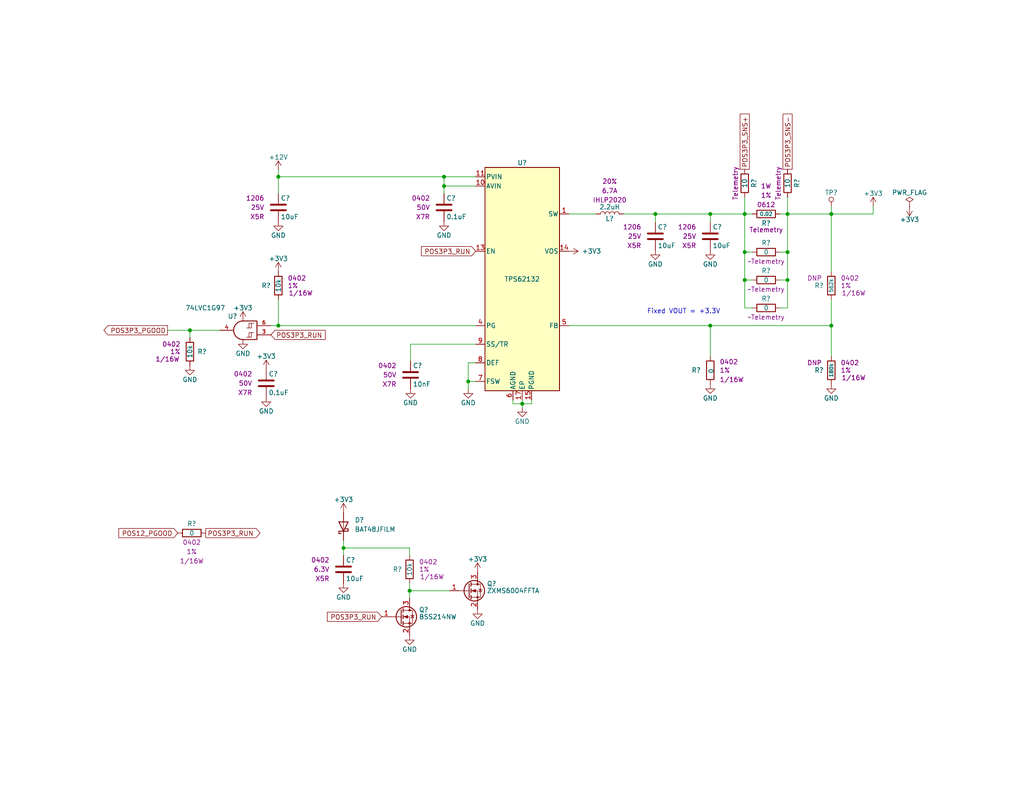
<source format=kicad_sch>
(kicad_sch (version 20211123) (generator eeschema)
  (paper "A")
  (lib_symbols
    (symbol "Custom_Library:74LVC1G97_Power_AND" (pin_names (offset 1.016) hide)
      (property "Reference" "U" (at 1.524 3.81 0))
      (property "Value" "74LVC1G97_Power_AND" (at 1.524 -3.81 0))
      (symbol "74LVC1G97_Power_AND_1_1"
        (arc (start 0 -2.54) (mid 2.54 0) (end 0 2.54) (stroke (width 0.254)))
        (polyline (pts (xy -2.286 -0.635) (xy -1.651 -0.635) (xy -1.651 -1.905)))
        (polyline (pts (xy -2.286 1.905) (xy -1.651 1.905) (xy -1.651 0.635)))
        (polyline (pts (xy -2.921 -0.635) (xy -2.286 -0.635) (xy -2.286 -1.905) (xy -1.016 -1.905)))
        (polyline (pts (xy -2.921 1.905) (xy -2.286 1.905) (xy -2.286 0.635) (xy -1.016 0.635)))
        (polyline (pts (xy 0 -2.54) (xy -3.81 -2.54) (xy -3.81 2.54) (xy 0 2.54)) (stroke (width 0.254)))
        (pin power_in line (at 0 -2.54 270) (length 0) (name "GND") (number "1"))
        (pin power_in line (at 0 -2.54 270) (length 0) (name "GND") (number "2"))
        (pin input line (at -7.62 -1.27 0) (length 3.81) (name "~") (number "3"))
        (pin output line (at 6.35 0 180) (length 3.81) (name "~") (number "4"))
        (pin power_in line (at 0 2.54 90) (length 0) (name "VCC") (number "5"))
        (pin input line (at -7.62 1.27 0) (length 3.81) (name "~") (number "6"))
      )
    )
    (symbol "Custom_Library:C_Custom" (pin_numbers hide) (pin_names (offset 0.254))
      (property "Reference" "C" (at 0.635 2.54 0))
      (property "Value" "C_Custom" (at 0.635 -2.54 0))
      (property "display_footprint" "Foot" (at -3.81 2.54 0))
      (property "Voltage" "V" (at -3.81 0 0))
      (property "Dielectric" "Er" (at -3.81 -2.54 0))
      (symbol "C_Custom_0_1"
        (polyline (pts (xy -2.032 -0.762) (xy 2.032 -0.762)) (stroke (width 0.508)))
        (polyline (pts (xy -2.032 0.762) (xy 2.032 0.762)) (stroke (width 0.508)))
      )
      (symbol "C_Custom_1_1"
        (pin passive line (at 0 3.81 270) (length 2.794) (name "~") (number "1"))
        (pin passive line (at 0 -3.81 90) (length 2.794) (name "~") (number "2"))
      )
    )
    (symbol "Custom_Library:L_Custom" (pin_numbers hide) (pin_names (offset 1.016) hide)
      (property "Reference" "L" (at -1.27 0 90))
      (property "Value" "L_Custom" (at 1.905 0 90))
      (property "display_footprint" "Foot" (at 3.81 0 90))
      (property "Ampacity" "A" (at 6.35 0 90))
      (property "Tolerance" "Tol" (at 8.89 0 90))
      (symbol "L_Custom_0_1"
        (arc (start 0 -2.54) (mid 0.635 -1.905) (end 0 -1.27))
        (arc (start 0 -1.27) (mid 0.635 -0.635) (end 0 0))
        (arc (start 0 0) (mid 0.635 0.635) (end 0 1.27))
        (arc (start 0 1.27) (mid 0.635 1.905) (end 0 2.54))
      )
      (symbol "L_Custom_1_1"
        (pin passive line (at 0 3.81 270) (length 1.27) (name "1") (number "1"))
        (pin passive line (at 0 -3.81 90) (length 1.27) (name "2") (number "2"))
      )
    )
    (symbol "Custom_Library:R_Custom" (pin_numbers hide) (pin_names (offset 1.016) hide)
      (property "Reference" "R" (at -2.54 0 90))
      (property "Value" "R_Custom" (at 0 0 90))
      (property "display_footprint" "Foot" (at 2.54 0 90))
      (property "Tolerance" "Tol" (at 5.08 0 90))
      (property "Wattage" "W" (at 7.62 0 90))
      (symbol "R_Custom_0_1"
        (rectangle (start 1.016 2.54) (end -1.016 -2.54) (stroke (width 0.254)))
      )
      (symbol "R_Custom_1_1"
        (pin passive line (at 0 3.81 270) (length 1.27) (name "1") (number "1"))
        (pin passive line (at 0 -3.81 90) (length 1.27) (name "2") (number "2"))
      )
    )
    (symbol "Custom_Library:TP" (pin_numbers hide) (pin_names (offset 0) hide)
      (property "Reference" "TP" (at 0 3.81 0))
      (symbol "TP_0_1"
        (polyline (pts (xy 0 0) (xy 0 1.27)))
        (circle (center 0 1.905) (radius 0.635))
      )
      (symbol "TP_1_1"
        (pin passive line (at 0 0 90) (length 0) (name "TP") (number "1"))
      )
    )
    (symbol "Custom_Library:TPS62130" (pin_names (offset 0.254))
      (property "Reference" "U" (at 0 31.75 0))
      (property "Value" "TPS62130" (at 0 0 0))
      (symbol "TPS62130_0_1"
        (rectangle (start -10.16 30.48) (end 10.16 -30.48) (stroke (width 0.254)) (fill (type background)))
      )
      (symbol "TPS62130_1_1"
        (pin output line (at 12.7 17.78 180) (length 2.54) (name "SW") (number "1"))
        (pin power_in line (at -12.7 25.4 0) (length 2.54) (name "AVIN") (number "10"))
        (pin power_in line (at -12.7 27.94 0) (length 2.54) (name "PVIN") (number "11"))
        (pin passive line (at -12.7 27.94 0) (length 2.54) hide (name "PVIN") (number "12"))
        (pin input line (at -12.7 7.62 0) (length 2.54) (name "EN") (number "13"))
        (pin input line (at 12.7 7.62 180) (length 2.54) (name "VOS") (number "14"))
        (pin power_in line (at 2.54 -33.02 90) (length 2.54) (name "PGND") (number "15"))
        (pin passive line (at 2.54 -33.02 90) (length 2.54) hide (name "PGND") (number "16"))
        (pin power_in line (at 0 -33.02 90) (length 2.54) (name "EP") (number "17"))
        (pin passive line (at 12.7 17.78 180) (length 2.54) hide (name "SW") (number "2"))
        (pin passive line (at 12.7 17.78 180) (length 2.54) hide (name "SW") (number "3"))
        (pin open_collector line (at -12.7 -12.7 0) (length 2.54) (name "PG") (number "4"))
        (pin input line (at 12.7 -12.7 180) (length 2.54) (name "FB") (number "5"))
        (pin power_in line (at -2.54 -33.02 90) (length 2.54) (name "AGND") (number "6"))
        (pin input line (at -12.7 -27.94 0) (length 2.54) (name "FSW") (number "7"))
        (pin input line (at -12.7 -22.86 0) (length 2.54) (name "DEF") (number "8"))
        (pin input line (at -12.7 -17.78 0) (length 2.54) (name "SS/TR") (number "9"))
      )
    )
    (symbol "Custom_Library:ZXMS6004FFTA" (pin_names hide)
      (property "Reference" "Q" (at 5.08 1.905 0))
      (property "Value" "ZXMS6004FFTA" (at 5.08 0 0))
      (symbol "ZXMS6004FFTA_0_1"
        (polyline (pts (xy 0.254 0) (xy -2.54 0)))
        (polyline (pts (xy 0.254 1.905) (xy 0.254 -1.905)) (stroke (width 0.254)))
        (polyline (pts (xy 0.762 -1.27) (xy 0.762 -2.286)) (stroke (width 0.254)))
        (polyline (pts (xy 0.762 0.508) (xy 0.762 -0.508)) (stroke (width 0.254)))
        (polyline (pts (xy 0.762 2.286) (xy 0.762 1.27)) (stroke (width 0.254)))
        (polyline (pts (xy 2.54 2.54) (xy 2.54 1.778)))
        (polyline (pts (xy 2.54 -2.54) (xy 2.54 0) (xy 0.762 0)))
        (polyline (pts (xy 0.762 -1.778) (xy 3.302 -1.778) (xy 3.302 1.778) (xy 0.762 1.778)))
        (polyline (pts (xy 1.016 0) (xy 2.032 0.381) (xy 2.032 -0.381) (xy 1.016 0)) (fill (type outline)))
        (polyline (pts (xy 2.794 0.508) (xy 2.921 0.381) (xy 3.683 0.381) (xy 3.81 0.254)))
        (polyline (pts (xy 3.302 0.381) (xy 2.921 -0.254) (xy 3.683 -0.254) (xy 3.302 0.381)))
        (circle (center 1.651 0) (radius 2.794) (stroke (width 0.254)))
        (circle (center 2.54 -1.778) (radius 0.254) (fill (type outline)))
        (circle (center 2.54 1.778) (radius 0.254) (fill (type outline)))
      )
      (symbol "ZXMS6004FFTA_1_1"
        (pin input line (at -5.08 0 0) (length 2.54) (name "G") (number "1"))
        (pin passive line (at 2.54 -5.08 90) (length 2.54) (name "S") (number "2"))
        (pin passive line (at 2.54 5.08 270) (length 2.54) (name "D") (number "3"))
      )
    )
    (symbol "Diode:BAT48JFILM" (pin_numbers hide) (pin_names (offset 1.016) hide)
      (property "Reference" "D" (at 0 2.54 0))
      (property "Value" "BAT48JFILM" (at 0 -2.54 0))
      (symbol "BAT48JFILM_0_1"
        (polyline (pts (xy 1.27 0) (xy -1.27 0)))
        (polyline (pts (xy 1.27 1.27) (xy 1.27 -1.27) (xy -1.27 0) (xy 1.27 1.27)) (stroke (width 0.254)))
        (polyline (pts (xy -1.905 0.635) (xy -1.905 1.27) (xy -1.27 1.27) (xy -1.27 -1.27) (xy -0.635 -1.27) (xy -0.635 -0.635)) (stroke (width 0.254)))
      )
      (symbol "BAT48JFILM_1_1"
        (pin passive line (at -3.81 0 0) (length 2.54) (name "K") (number "1"))
        (pin passive line (at 3.81 0 180) (length 2.54) (name "A") (number "2"))
      )
    )
    (symbol "LED_Panel_Controller-rescue:+3.3V-power" (power) (pin_names (offset 0))
      (property "Value" "+3.3V-power" (at 0 3.556 0))
      (symbol "+3.3V-power_0_1"
        (polyline (pts (xy -0.762 1.27) (xy 0 2.54)))
        (polyline (pts (xy 0 0) (xy 0 2.54)))
        (polyline (pts (xy 0 2.54) (xy 0.762 1.27)))
      )
      (symbol "+3.3V-power_1_1"
        (pin power_in line (at 0 0 90) (length 0) hide (name "+3V3") (number "1"))
      )
    )
    (symbol "Transistor_FET:BSS214NW" (pin_names hide)
      (property "Reference" "Q" (at 5.08 1.905 0))
      (property "Value" "BSS214NW" (at 5.08 0 0))
      (symbol "BSS214NW_0_1"
        (polyline (pts (xy 0.254 0) (xy -2.54 0)))
        (polyline (pts (xy 0.254 1.905) (xy 0.254 -1.905)) (stroke (width 0.254)))
        (polyline (pts (xy 0.762 -1.27) (xy 0.762 -2.286)) (stroke (width 0.254)))
        (polyline (pts (xy 0.762 0.508) (xy 0.762 -0.508)) (stroke (width 0.254)))
        (polyline (pts (xy 0.762 2.286) (xy 0.762 1.27)) (stroke (width 0.254)))
        (polyline (pts (xy 2.54 2.54) (xy 2.54 1.778)))
        (polyline (pts (xy 2.54 -2.54) (xy 2.54 0) (xy 0.762 0)))
        (polyline (pts (xy 0.762 -1.778) (xy 3.302 -1.778) (xy 3.302 1.778) (xy 0.762 1.778)))
        (polyline (pts (xy 1.016 0) (xy 2.032 0.381) (xy 2.032 -0.381) (xy 1.016 0)) (fill (type outline)))
        (polyline (pts (xy 2.794 0.508) (xy 2.921 0.381) (xy 3.683 0.381) (xy 3.81 0.254)))
        (polyline (pts (xy 3.302 0.381) (xy 2.921 -0.254) (xy 3.683 -0.254) (xy 3.302 0.381)))
        (circle (center 1.651 0) (radius 2.794) (stroke (width 0.254)))
        (circle (center 2.54 -1.778) (radius 0.254) (fill (type outline)))
        (circle (center 2.54 1.778) (radius 0.254) (fill (type outline)))
      )
      (symbol "BSS214NW_1_1"
        (pin input line (at -5.08 0 0) (length 2.54) (name "G") (number "1"))
        (pin passive line (at 2.54 -5.08 90) (length 2.54) (name "S") (number "2"))
        (pin passive line (at 2.54 5.08 270) (length 2.54) (name "D") (number "3"))
      )
    )
    (symbol "power:+12V" (power) (pin_names (offset 0))
      (property "Value" "+12V" (at 0 3.556 0))
      (symbol "+12V_0_1"
        (polyline (pts (xy -0.762 1.27) (xy 0 2.54)))
        (polyline (pts (xy 0 0) (xy 0 2.54)))
        (polyline (pts (xy 0 2.54) (xy 0.762 1.27)))
      )
      (symbol "+12V_1_1"
        (pin power_in line (at 0 0 90) (length 0) hide (name "+12V") (number "1"))
      )
    )
    (symbol "power:GND" (power) (pin_names (offset 0))
      (property "Value" "GND" (at 0 -3.81 0))
      (symbol "GND_0_1"
        (polyline (pts (xy 0 0) (xy 0 -1.27) (xy 1.27 -1.27) (xy 0 -2.54) (xy -1.27 -1.27) (xy 0 -1.27)))
      )
      (symbol "GND_1_1"
        (pin power_in line (at 0 0 270) (length 0) hide (name "GND") (number "1"))
      )
    )
    (symbol "power:PWR_FLAG" (power) (pin_numbers hide) (pin_names (offset 0) hide)
      (property "Value" "PWR_FLAG" (at 0 3.81 0))
      (symbol "PWR_FLAG_0_0"
        (pin power_out line (at 0 0 90) (length 0) (name "pwr") (number "1"))
      )
      (symbol "PWR_FLAG_0_1"
        (polyline (pts (xy 0 0) (xy 0 1.27) (xy -1.016 1.905) (xy 0 2.54) (xy 1.016 1.905) (xy 0 1.27)))
      )
    )
  )
  (junction (at 142.494 110.236))
  (junction (at 226.822 58.42))
  (junction (at 214.884 58.42))
  (junction (at 51.816 90.17))
  (junction (at 193.802 88.9))
  (junction (at 203.2 68.834))
  (junction (at 203.2 76.454))
  (junction (at 214.884 68.834))
  (junction (at 178.816 58.42))
  (junction (at 226.822 88.9))
  (junction (at 93.726 149.606))
  (junction (at 111.76 161.29))
  (junction (at 127.762 104.14))
  (junction (at 75.946 48.26))
  (junction (at 121.158 50.8))
  (junction (at 121.158 48.26))
  (junction (at 193.802 58.42))
  (junction (at 203.2 58.42))
  (junction (at 214.884 76.454))
  (junction (at 75.946 88.9))
  (wire (pts (xy 178.816 58.42) (xy 193.802 58.42)))
  (wire (pts (xy 226.822 56.388) (xy 226.822 58.42)))
  (wire (pts (xy 112.014 98.552) (xy 112.014 93.98)))
  (wire (pts (xy 238.252 56.388) (xy 238.252 58.42)))
  (wire (pts (xy 75.946 46.482) (xy 75.946 48.26)))
  (wire (pts (xy 142.494 110.236) (xy 139.954 110.236)))
  (wire (pts (xy 59.944 90.17) (xy 51.816 90.17)))
  (wire (pts (xy 212.852 68.834) (xy 214.884 68.834)))
  (wire (pts (xy 145.034 110.236) (xy 145.034 109.22)))
  (wire (pts (xy 111.76 159.258) (xy 111.76 161.29)))
  (wire (pts (xy 238.252 58.42) (xy 226.822 58.42)))
  (wire (pts (xy 73.914 88.9) (xy 75.946 88.9)))
  (wire (pts (xy 127.762 104.14) (xy 127.762 99.06)))
  (wire (pts (xy 203.2 68.834) (xy 203.2 76.454)))
  (wire (pts (xy 170.18 58.42) (xy 178.816 58.42)))
  (wire (pts (xy 142.494 110.236) (xy 145.034 110.236)))
  (wire (pts (xy 178.816 60.706) (xy 178.816 58.42)))
  (wire (pts (xy 203.2 58.42) (xy 193.802 58.42)))
  (wire (pts (xy 142.494 111.252) (xy 142.494 110.236)))
  (wire (pts (xy 75.946 48.26) (xy 75.946 52.832)))
  (wire (pts (xy 127.762 99.06) (xy 129.794 99.06)))
  (wire (pts (xy 129.794 104.14) (xy 127.762 104.14)))
  (wire (pts (xy 111.76 151.638) (xy 111.76 149.606)))
  (wire (pts (xy 203.2 58.42) (xy 205.232 58.42)))
  (wire (pts (xy 129.794 48.26) (xy 121.158 48.26)))
  (wire (pts (xy 111.76 161.29) (xy 111.76 163.322)))
  (wire (pts (xy 214.884 53.848) (xy 214.884 58.42)))
  (wire (pts (xy 93.726 149.606) (xy 93.726 151.638)))
  (wire (pts (xy 212.852 58.42) (xy 214.884 58.42)))
  (wire (pts (xy 203.2 84.074) (xy 205.232 84.074)))
  (wire (pts (xy 214.884 58.42) (xy 226.822 58.42)))
  (wire (pts (xy 121.158 50.8) (xy 121.158 48.26)))
  (wire (pts (xy 121.158 50.8) (xy 121.158 52.832)))
  (wire (pts (xy 51.816 90.17) (xy 45.72 90.17)))
  (wire (pts (xy 112.014 93.98) (xy 129.794 93.98)))
  (wire (pts (xy 155.194 88.9) (xy 193.802 88.9)))
  (wire (pts (xy 129.794 50.8) (xy 121.158 50.8)))
  (wire (pts (xy 193.802 88.9) (xy 226.822 88.9)))
  (wire (pts (xy 122.682 161.29) (xy 111.76 161.29)))
  (wire (pts (xy 203.2 58.42) (xy 203.2 68.834)))
  (wire (pts (xy 212.852 84.074) (xy 214.884 84.074)))
  (wire (pts (xy 51.816 90.17) (xy 51.816 92.202)))
  (wire (pts (xy 205.232 68.834) (xy 203.2 68.834)))
  (wire (pts (xy 214.884 76.454) (xy 214.884 68.834)))
  (wire (pts (xy 142.494 110.236) (xy 142.494 109.22)))
  (wire (pts (xy 75.946 88.9) (xy 75.946 81.788)))
  (wire (pts (xy 226.822 88.9) (xy 226.822 97.282)))
  (wire (pts (xy 139.954 110.236) (xy 139.954 109.22)))
  (wire (pts (xy 226.822 81.788) (xy 226.822 88.9)))
  (wire (pts (xy 203.2 76.454) (xy 203.2 84.074)))
  (wire (pts (xy 226.822 58.42) (xy 226.822 74.168)))
  (wire (pts (xy 212.852 76.454) (xy 214.884 76.454)))
  (wire (pts (xy 155.194 58.42) (xy 162.56 58.42)))
  (wire (pts (xy 205.232 76.454) (xy 203.2 76.454)))
  (wire (pts (xy 193.802 60.706) (xy 193.802 58.42)))
  (wire (pts (xy 111.76 149.606) (xy 93.726 149.606)))
  (wire (pts (xy 93.726 147.574) (xy 93.726 149.606)))
  (wire (pts (xy 203.2 53.848) (xy 203.2 58.42)))
  (wire (pts (xy 75.946 48.26) (xy 121.158 48.26)))
  (wire (pts (xy 214.884 84.074) (xy 214.884 76.454)))
  (wire (pts (xy 193.802 97.282) (xy 193.802 88.9)))
  (wire (pts (xy 129.794 88.9) (xy 75.946 88.9)))
  (wire (pts (xy 214.884 58.42) (xy 214.884 68.834)))
  (wire (pts (xy 127.762 106.172) (xy 127.762 104.14)))
  (text "Fixed VOUT = +3.3V" (at 176.53 85.852 0) (effects (font (size 1.27 1.27)) (justify left bottom)))
  (global_label "POS3P3_RUN" (shape input) (at 129.794 68.58 180) (property "Intersheet References" "${INTERSHEET_REFS}" (effects hide)))
  (global_label "POS3P3_PGOOD" (shape output) (at 45.72 90.17 180) (property "Intersheet References" "${INTERSHEET_REFS}" (effects hide)))
  (global_label "POS12_PGOOD" (shape input) (at 48.514 145.542 180) (property "Intersheet References" "${INTERSHEET_REFS}" (effects hide)))
  (global_label "POS3P3_SNS+" (shape passive) (at 203.2 46.228 90) (property "Intersheet References" "${INTERSHEET_REFS}" (effects hide)))
  (global_label "POS3P3_RUN" (shape input) (at 104.14 168.402 180) (property "Intersheet References" "${INTERSHEET_REFS}" (effects hide)))
  (global_label "POS3P3_RUN" (shape input) (at 73.914 91.44 0) (property "Intersheet References" "${INTERSHEET_REFS}" (effects hide)))
  (global_label "POS3P3_SNS-" (shape passive) (at 214.884 46.228 90) (property "Intersheet References" "${INTERSHEET_REFS}" (effects hide)))
  (global_label "POS3P3_RUN" (shape output) (at 56.134 145.542 0) (property "Intersheet References" "${INTERSHEET_REFS}" (effects hide)))
  (symbol (lib_id "LED_Panel_Controller-rescue:+3.3V-power") (at 75.946 74.168 0) (unit 1)
    (property "Reference" "#PWR?" (effects hide))
    (property "Value" "+3.3V" (at 75.946 70.612 0))
  )
  (symbol (lib_id "Custom_Library:R_Custom") (at 75.946 77.978 0) (unit 1)
    (property "Reference" "R?" (at 73.914 77.978 0) (effects (justify right)))
    (property "Value" "10k" (at 75.946 77.978 90))
    (property "Footprint" "Resistors_SMD:R_0402" (effects hide))
    (property "display_footprint" "0402" (at 78.486 75.946 0) (effects (justify left)))
    (property "Tolerance" "1%" (at 78.486 77.978 0) (effects (justify left)))
    (property "Wattage" "1/16W" (at 78.74 80.01 0) (effects (justify left)))
    (property "Digi-Key PN" "RMCF0402FT10K0CT-ND" (effects hide))
  )
  (symbol (lib_id "Diode:BAT48JFILM") (at 93.726 143.764 90) (unit 1)
    (property "Reference" "D?" (at 96.774 141.986 90) (effects (justify right)))
    (property "Value" "BAT48JFILM" (at 96.774 144.526 90) (effects (justify right)))
    (property "Footprint" "Diode_SMD:D_SOD-323" (effects hide))
    (property "Datasheet" "www.st.com/resource/en/datasheet/bat48.pdf" (effects hide))
    (property "Digi-Key PN" "497-5711-1-ND" (effects hide))
  )
  (symbol (lib_id "Custom_Library:R_Custom") (at 214.884 50.038 0) (mirror y) (unit 1)
    (property "Reference" "R?" (at 217.424 50.038 90))
    (property "Value" "10" (at 214.884 50.038 90))
    (property "Footprint" "Resistors_SMD:R_0402" (effects hide))
    (property "display_footprint" "0402" (effects hide))
    (property "Tolerance" "1%" (effects hide))
    (property "Wattage" "1/16W" (effects hide))
    (property "Digi-Key PN" "RMCF0402FT10R0CT-ND" (effects hide))
    (property "Configuration" "Telemetry" (at 212.344 50.038 90))
  )
  (symbol (lib_id "Custom_Library:R_Custom") (at 209.042 84.074 90) (mirror x) (unit 1)
    (property "Reference" "R?" (at 209.042 81.534 90))
    (property "Value" "0" (at 209.042 84.074 90))
    (property "Footprint" "Resistors_SMD:R_0402" (effects hide))
    (property "display_footprint" "0402" (effects hide))
    (property "Tolerance" "1%" (effects hide))
    (property "Wattage" "1/16W" (effects hide))
    (property "Configuration" "~Telemetry" (at 209.042 86.614 90))
    (property "Digi-Key PN" "RMCF0402ZT0R00CT-ND" (effects hide))
  )
  (symbol (lib_id "Custom_Library:R_Custom") (at 203.2 50.038 0) (mirror y) (unit 1)
    (property "Reference" "R?" (at 205.74 50.038 90))
    (property "Value" "10" (at 203.2 50.038 90))
    (property "Footprint" "Resistors_SMD:R_0402" (effects hide))
    (property "display_footprint" "0402" (effects hide))
    (property "Tolerance" "1%" (effects hide))
    (property "Wattage" "1/16W" (effects hide))
    (property "Digi-Key PN" "RMCF0402FT10R0CT-ND" (effects hide))
    (property "Configuration" "Telemetry" (at 200.66 50.038 90))
  )
  (symbol (lib_id "power:GND") (at 121.158 60.452 0) (unit 1)
    (property "Reference" "#PWR?" (effects hide))
    (property "Value" "GND" (at 121.158 64.262 0))
  )
  (symbol (lib_id "power:GND") (at 112.014 106.172 0) (unit 1)
    (property "Reference" "#PWR?" (effects hide))
    (property "Value" "GND" (at 112.014 109.982 0))
  )
  (symbol (lib_id "Custom_Library:C_Custom") (at 72.644 104.648 0) (unit 1)
    (property "Reference" "C?" (at 73.279 102.108 0) (effects (justify left)))
    (property "Value" "0.1uF" (at 73.279 107.188 0) (effects (justify left)))
    (property "Footprint" "Capacitors_SMD:C_0402" (effects hide))
    (property "display_footprint" "0402" (at 68.834 102.108 0) (effects (justify right)))
    (property "Voltage" "50V" (at 68.834 104.648 0) (effects (justify right)))
    (property "Dielectric" "X7R" (at 68.834 107.188 0) (effects (justify right)))
    (property "Digi-Key PN" "490-10698-1-ND" (effects hide))
  )
  (symbol (lib_id "power:GND") (at 72.644 108.458 0) (unit 1)
    (property "Reference" "#PWR?" (effects hide))
    (property "Value" "GND" (at 72.644 112.268 0))
  )
  (symbol (lib_id "power:PWR_FLAG") (at 248.158 56.388 0) (unit 1)
    (property "Reference" "#FLG?" (effects hide))
    (property "Value" "PWR_FLAG" (at 248.158 52.578 0))
  )
  (symbol (lib_id "Custom_Library:R_Custom") (at 52.324 145.542 90) (mirror x) (unit 1)
    (property "Reference" "R?" (at 52.324 143.002 90))
    (property "Value" "0" (at 52.324 145.542 90))
    (property "Footprint" "Resistors_SMD:R_0402" (effects hide))
    (property "display_footprint" "0402" (at 52.324 148.082 90))
    (property "Tolerance" "1%" (at 52.324 150.622 90))
    (property "Wattage" "1/16W" (at 52.324 153.162 90))
    (property "Digi-Key PN" "RMCF0402ZT0R00CT-ND" (effects hide))
  )
  (symbol (lib_id "Custom_Library:TP") (at 226.822 56.388 0) (unit 1)
    (property "Reference" "TP?" (at 226.822 52.578 0))
    (property "Value" "TP" (effects hide))
    (property "Footprint" "Custom Footprints Library:Test_Point" (effects hide))
  )
  (symbol (lib_id "power:GND") (at 193.802 68.326 0) (unit 1)
    (property "Reference" "#PWR?" (effects hide))
    (property "Value" "GND" (at 193.802 72.136 0))
  )
  (symbol (lib_id "power:GND") (at 130.302 166.37 0) (unit 1)
    (property "Reference" "#PWR?" (effects hide))
    (property "Value" "GND" (at 130.302 170.18 0))
  )
  (symbol (lib_id "Custom_Library:C_Custom") (at 75.946 56.642 0) (unit 1)
    (property "Reference" "C?" (at 76.581 54.102 0) (effects (justify left)))
    (property "Value" "10uF" (at 76.581 59.182 0) (effects (justify left)))
    (property "Footprint" "Capacitors_SMD:C_1206" (effects hide))
    (property "display_footprint" "1206" (at 72.136 54.102 0) (effects (justify right)))
    (property "Voltage" "25V" (at 72.136 56.642 0) (effects (justify right)))
    (property "Dielectric" "X5R" (at 72.136 59.182 0) (effects (justify right)))
    (property "Digi-Key PN" "399-8153-1-ND" (effects hide))
  )
  (symbol (lib_id "power:GND") (at 93.726 159.258 0) (unit 1)
    (property "Reference" "#PWR?" (effects hide))
    (property "Value" "GND" (at 93.726 163.068 0))
  )
  (symbol (lib_id "power:GND") (at 178.816 68.326 0) (unit 1)
    (property "Reference" "#PWR?" (effects hide))
    (property "Value" "GND" (at 178.816 72.136 0))
  )
  (symbol (lib_id "LED_Panel_Controller-rescue:+3.3V-power") (at 93.726 139.954 0) (unit 1)
    (property "Reference" "#PWR?" (effects hide))
    (property "Value" "+3.3V" (at 93.726 136.398 0))
  )
  (symbol (lib_id "power:GND") (at 226.822 104.902 0) (unit 1)
    (property "Reference" "#PWR?" (effects hide))
    (property "Value" "GND" (at 226.822 108.712 0))
  )
  (symbol (lib_id "Custom_Library:74LVC1G97_Power_AND") (at 66.294 90.17 0) (mirror y) (unit 1)
    (property "Reference" "U?" (at 64.77 86.36 0) (effects (justify left)))
    (property "Value" "74LVC1G97" (at 61.468 84.074 0) (effects (justify left)))
    (property "Footprint" "Package_TO_SOT_SMD:SOT-363_SC-70-6" (effects hide))
    (property "Datasheet" "http://www.ti.com/lit/ds/symlink/sn74lvc1g97.pdf" (effects hide))
    (property "Digi-Key PN" "1727-1772-1-ND" (effects hide))
  )
  (symbol (lib_id "Custom_Library:C_Custom") (at 121.158 56.642 0) (unit 1)
    (property "Reference" "C?" (at 121.793 54.102 0) (effects (justify left)))
    (property "Value" "0.1uF" (at 121.793 59.182 0) (effects (justify left)))
    (property "Footprint" "Capacitors_SMD:C_0402" (effects hide))
    (property "display_footprint" "0402" (at 117.348 54.102 0) (effects (justify right)))
    (property "Voltage" "50V" (at 117.348 56.642 0) (effects (justify right)))
    (property "Dielectric" "X7R" (at 117.348 59.182 0) (effects (justify right)))
    (property "Digi-Key PN" "490-10698-1-ND" (effects hide))
  )
  (symbol (lib_id "power:GND") (at 111.76 173.482 0) (unit 1)
    (property "Reference" "#PWR?" (effects hide))
    (property "Value" "GND" (at 111.76 177.292 0))
  )
  (symbol (lib_id "power:GND") (at 66.294 92.71 0) (unit 1)
    (property "Reference" "#PWR?" (effects hide))
    (property "Value" "GND" (at 66.294 96.52 0))
  )
  (symbol (lib_id "Custom_Library:TPS62130") (at 142.494 76.2 0) (unit 1)
    (property "Reference" "U?" (at 142.494 44.45 0))
    (property "Value" "TPS62132" (at 142.494 76.2 0))
    (property "Footprint" "Package_DFN_QFN:QFN-16-1EP_3x3mm_P0.5mm_EP1.8x1.8mm" (effects hide))
    (property "Datasheet" "http://www.ti.com/lit/ds/symlink/tps62130.pdf" (effects hide))
    (property "Digi-Key PN" "296-29936-1-ND" (effects hide))
  )
  (symbol (lib_id "power:GND") (at 142.494 111.252 0) (unit 1)
    (property "Reference" "#PWR?" (effects hide))
    (property "Value" "GND" (at 142.494 115.062 0))
  )
  (symbol (lib_id "Custom_Library:C_Custom") (at 93.726 155.448 0) (unit 1)
    (property "Reference" "C?" (at 94.361 152.908 0) (effects (justify left)))
    (property "Value" "10uF" (at 94.361 157.988 0) (effects (justify left)))
    (property "Footprint" "Capacitors_SMD:C_0402" (effects hide))
    (property "display_footprint" "0402" (at 89.916 152.908 0) (effects (justify right)))
    (property "Voltage" "6.3V" (at 89.916 155.448 0) (effects (justify right)))
    (property "Dielectric" "X5R" (at 89.916 157.988 0) (effects (justify right)))
    (property "Digi-Key PN" "1276-1451-1-ND" (effects hide))
  )
  (symbol (lib_id "LED_Panel_Controller-rescue:+3.3V-power") (at 238.252 56.388 0) (unit 1)
    (property "Reference" "#PWR?" (effects hide))
    (property "Value" "+3.3V" (at 238.252 52.832 0))
  )
  (symbol (lib_id "LED_Panel_Controller-rescue:+3.3V-power") (at 66.294 87.63 0) (unit 1)
    (property "Reference" "#PWR?" (effects hide))
    (property "Value" "+3.3V" (at 66.294 84.074 0))
  )
  (symbol (lib_id "LED_Panel_Controller-rescue:+3.3V-power") (at 130.302 156.21 0) (unit 1)
    (property "Reference" "#PWR?" (effects hide))
    (property "Value" "+3.3V" (at 130.302 152.654 0))
  )
  (symbol (lib_id "Custom_Library:ZXMS6004FFTA") (at 127.762 161.29 0) (unit 1)
    (property "Reference" "Q?" (at 132.842 159.385 0) (effects (justify left)))
    (property "Value" "ZXMS6004FFTA" (at 132.842 161.29 0) (effects (justify left)))
    (property "Footprint" "Package_TO_SOT_SMD:SOT-23" (effects hide))
    (property "Datasheet" "https://www.diodes.com/assets/Datasheets/ZXMS6004FF.pdf" (effects hide))
    (property "Digi-Key PN" "ZXMS6004FFCT-ND" (effects hide))
  )
  (symbol (lib_id "Custom_Library:L_Custom") (at 166.37 58.42 90) (unit 1)
    (property "Reference" "L?" (at 166.37 59.69 90))
    (property "Value" "2.2uH" (at 166.37 56.515 90))
    (property "Footprint" "Inductors_SMD:L_Vishay_IHLP-2020" (effects hide))
    (property "display_footprint" "IHLP2020" (at 166.37 54.61 90))
    (property "Ampacity" "6.7A" (at 166.37 52.07 90))
    (property "Tolerance" "20%" (at 166.37 49.53 90))
    (property "Digi-Key PN" "541-1236-1-ND" (effects hide))
  )
  (symbol (lib_id "Custom_Library:R_Custom") (at 209.042 68.834 90) (mirror x) (unit 1)
    (property "Reference" "R?" (at 209.042 66.294 90))
    (property "Value" "0" (at 209.042 68.834 90))
    (property "Footprint" "Resistors_SMD:R_0402" (effects hide))
    (property "display_footprint" "0402" (effects hide))
    (property "Tolerance" "1%" (effects hide))
    (property "Wattage" "1/16W" (effects hide))
    (property "Configuration" "~Telemetry" (at 209.042 71.374 90))
    (property "Digi-Key PN" "RMCF0402ZT0R00CT-ND" (effects hide))
  )
  (symbol (lib_id "Custom_Library:R_Custom") (at 226.822 77.978 0) (unit 1)
    (property "Reference" "R?" (at 224.79 77.978 0) (effects (justify right)))
    (property "Value" "562k" (at 226.822 77.978 90) (effects (font (size 1.016 1.016))))
    (property "Footprint" "Resistors_SMD:R_0402" (effects hide))
    (property "display_footprint" "0402" (at 229.362 75.946 0) (effects (justify left)))
    (property "Tolerance" "1%" (at 229.362 77.978 0) (effects (justify left)))
    (property "Wattage" "1/16W" (at 229.616 80.01 0) (effects (justify left)))
    (property "Configuration" "DNP" (at 222.25 75.946 0))
    (property "Digi-Key PN" "RMCF0402FT562KCT-ND" (effects hide))
  )
  (symbol (lib_id "LED_Panel_Controller-rescue:+3.3V-power") (at 72.644 100.838 0) (unit 1)
    (property "Reference" "#PWR?" (effects hide))
    (property "Value" "+3.3V" (at 72.644 97.282 0))
  )
  (symbol (lib_id "power:GND") (at 127.762 106.172 0) (unit 1)
    (property "Reference" "#PWR?" (effects hide))
    (property "Value" "GND" (at 127.762 109.982 0))
  )
  (symbol (lib_id "Custom_Library:R_Custom") (at 51.816 96.012 0) (mirror y) (unit 1)
    (property "Reference" "R?" (at 53.848 96.012 0) (effects (justify right)))
    (property "Value" "10k" (at 51.816 96.012 90))
    (property "Footprint" "Resistors_SMD:R_0402" (effects hide))
    (property "display_footprint" "0402" (at 49.276 93.98 0) (effects (justify left)))
    (property "Tolerance" "1%" (at 49.276 96.012 0) (effects (justify left)))
    (property "Wattage" "1/16W" (at 49.022 98.044 0) (effects (justify left)))
    (property "Digi-Key PN" "RMCF0402FT10K0CT-ND" (effects hide))
  )
  (symbol (lib_id "power:GND") (at 51.816 99.822 0) (unit 1)
    (property "Reference" "#PWR?" (effects hide))
    (property "Value" "GND" (at 51.816 103.632 0))
  )
  (symbol (lib_id "Custom_Library:C_Custom") (at 178.816 64.516 0) (unit 1)
    (property "Reference" "C?" (at 179.451 61.976 0) (effects (justify left)))
    (property "Value" "10uF" (at 179.451 67.056 0) (effects (justify left)))
    (property "Footprint" "Capacitors_SMD:C_1206" (effects hide))
    (property "display_footprint" "1206" (at 175.006 61.976 0) (effects (justify right)))
    (property "Voltage" "25V" (at 175.006 64.516 0) (effects (justify right)))
    (property "Dielectric" "X5R" (at 175.006 67.056 0) (effects (justify right)))
    (property "Digi-Key PN" "399-8153-1-ND" (effects hide))
  )
  (symbol (lib_id "power:GND") (at 193.802 104.902 0) (unit 1)
    (property "Reference" "#PWR?" (effects hide))
    (property "Value" "GND" (at 193.802 108.712 0))
  )
  (symbol (lib_id "Custom_Library:R_Custom") (at 111.76 155.448 0) (unit 1)
    (property "Reference" "R?" (at 109.728 155.448 0) (effects (justify right)))
    (property "Value" "10k" (at 111.76 155.448 90))
    (property "Footprint" "Resistors_SMD:R_0402" (effects hide))
    (property "display_footprint" "0402" (at 114.3 153.416 0) (effects (justify left)))
    (property "Tolerance" "1%" (at 114.3 155.448 0) (effects (justify left)))
    (property "Wattage" "1/16W" (at 114.554 157.48 0) (effects (justify left)))
    (property "Digi-Key PN" "RMCF0402FT10K0CT-ND" (effects hide))
  )
  (symbol (lib_id "LED_Panel_Controller-rescue:+3.3V-power") (at 248.158 56.388 180) (unit 1)
    (property "Reference" "#PWR?" (effects hide))
    (property "Value" "+3.3V" (at 248.158 59.944 0))
  )
  (symbol (lib_id "Custom_Library:R_Custom") (at 226.822 101.092 0) (unit 1)
    (property "Reference" "R?" (at 224.79 101.092 0) (effects (justify right)))
    (property "Value" "180k" (at 226.822 101.092 90) (effects (font (size 1.016 1.016))))
    (property "Footprint" "Resistors_SMD:R_0402" (effects hide))
    (property "display_footprint" "0402" (at 229.362 99.06 0) (effects (justify left)))
    (property "Tolerance" "1%" (at 229.362 101.092 0) (effects (justify left)))
    (property "Wattage" "1/16W" (at 229.616 103.124 0) (effects (justify left)))
    (property "Configuration" "DNP" (at 222.25 99.06 0))
    (property "Digi-Key PN" "RMCF0402FT180KCT-ND" (effects hide))
  )
  (symbol (lib_id "power:+12V") (at 75.946 46.482 0) (unit 1)
    (property "Reference" "#PWR?" (effects hide))
    (property "Value" "+12V" (at 75.946 42.926 0))
  )
  (symbol (lib_id "Custom_Library:R_Custom") (at 193.802 101.092 0) (mirror y) (unit 1)
    (property "Reference" "R?" (at 191.262 101.092 0) (effects (justify left)))
    (property "Value" "0" (at 194.056 100.584 90) (effects (justify right)))
    (property "Footprint" "Resistors_SMD:R_0402" (effects hide))
    (property "display_footprint" "0402" (at 196.342 98.806 0) (effects (justify right)))
    (property "Tolerance" "1%" (at 196.342 101.092 0) (effects (justify right)))
    (property "Wattage" "1/16W" (at 196.342 103.632 0) (effects (justify right)))
    (property "Digi-Key PN" "RMCF0402ZT0R00CT-ND" (effects hide))
  )
  (symbol (lib_id "power:GND") (at 75.946 60.452 0) (unit 1)
    (property "Reference" "#PWR?" (effects hide))
    (property "Value" "GND" (at 75.946 64.262 0))
  )
  (symbol (lib_id "Custom_Library:C_Custom") (at 193.802 64.516 0) (unit 1)
    (property "Reference" "C?" (at 194.437 61.976 0) (effects (justify left)))
    (property "Value" "10uF" (at 194.437 67.056 0) (effects (justify left)))
    (property "Footprint" "Capacitors_SMD:C_1206" (effects hide))
    (property "display_footprint" "1206" (at 189.992 61.976 0) (effects (justify right)))
    (property "Voltage" "25V" (at 189.992 64.516 0) (effects (justify right)))
    (property "Dielectric" "X5R" (at 189.992 67.056 0) (effects (justify right)))
    (property "Digi-Key PN" "399-8153-1-ND" (effects hide))
  )
  (symbol (lib_id "Transistor_FET:BSS214NW") (at 109.22 168.402 0) (unit 1)
    (property "Reference" "Q?" (at 114.3 166.497 0) (effects (justify left)))
    (property "Value" "BSS214NW" (at 114.3 168.402 0) (effects (justify left)))
    (property "Footprint" "Package_TO_SOT_SMD:SOT-323_SC-70" (effects hide))
    (property "Datasheet" "https://www.infineon.com/dgdl/Infineon-BSS214NW-DS-v02_02-en.pdf?fileId=db3a30431b3e89eb011b695aebc01bde" (effects hide))
    (property "Digi-Key PN" "BSS214NWH6327XTSA1CT-ND" (effects hide))
  )
  (symbol (lib_id "Custom_Library:C_Custom") (at 112.014 102.362 0) (unit 1)
    (property "Reference" "C?" (at 112.649 99.822 0) (effects (justify left)))
    (property "Value" "10nF" (at 112.649 104.902 0) (effects (justify left)))
    (property "Footprint" "Capacitors_SMD:C_0402" (effects hide))
    (property "display_footprint" "0402" (at 108.204 99.822 0) (effects (justify right)))
    (property "Voltage" "50V" (at 108.204 102.362 0) (effects (justify right)))
    (property "Dielectric" "X7R" (at 108.204 104.902 0) (effects (justify right)))
    (property "Digi-Key PN" "399-3066-1-ND" (effects hide))
  )
  (symbol (lib_id "Custom_Library:R_Custom") (at 209.042 76.454 90) (mirror x) (unit 1)
    (property "Reference" "R?" (at 209.042 73.914 90))
    (property "Value" "0" (at 209.042 76.454 90))
    (property "Footprint" "Resistors_SMD:R_0402" (effects hide))
    (property "display_footprint" "0402" (effects hide))
    (property "Tolerance" "1%" (effects hide))
    (property "Wattage" "1/16W" (effects hide))
    (property "Configuration" "~Telemetry" (at 209.042 78.994 90))
    (property "Digi-Key PN" "RMCF0402ZT0R00CT-ND" (effects hide))
  )
  (symbol (lib_id "Custom_Library:R_Custom") (at 209.042 58.42 90) (unit 1)
    (property "Reference" "R?" (at 209.042 60.96 90))
    (property "Value" "0.02" (at 209.042 58.42 90) (effects (font (size 1.016 1.016))))
    (property "Footprint" "Resistors_SMD:R_0612" (effects hide))
    (property "Digi-Key PN" "P16010CT-ND" (effects hide))
    (property "display_footprint" "0612" (at 209.042 55.88 90))
    (property "Tolerance" "1%" (at 209.042 53.34 90))
    (property "Wattage" "1W" (at 209.042 50.8 90))
    (property "Configuration" "Telemetry" (at 209.042 62.738 90))
  )
  (symbol (lib_id "LED_Panel_Controller-rescue:+3.3V-power") (at 155.194 68.58 270) (unit 1)
    (property "Reference" "#PWR?" (effects hide))
    (property "Value" "+3.3V" (at 158.75 68.58 90) (effects (justify left)))
  )
)
</source>
